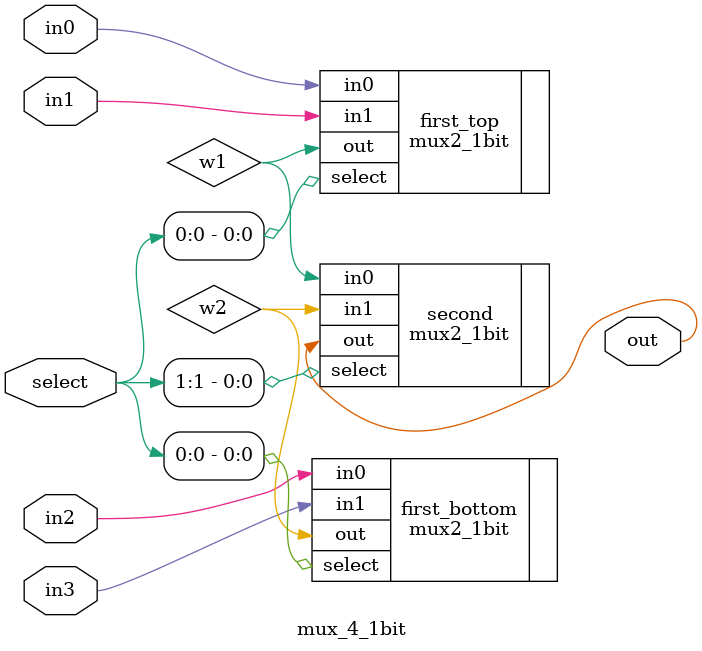
<source format=v>
module mux_4_1bit(select, in0, in1, in2, in3, out);
input [1:0] select;
input in0, in1, in2, in3;
output out;
wire w1, w2;
mux2_1bit first_top(.select(select[0]), .in0(in0), .in1(in1), .out(w1));
mux2_1bit first_bottom(.select(select[0]), .in0(in2), .in1(in3), .out(w2));
mux2_1bit second(.select(select[1]), .in0(w1), .in1(w2), .out(out));
endmodule
</source>
